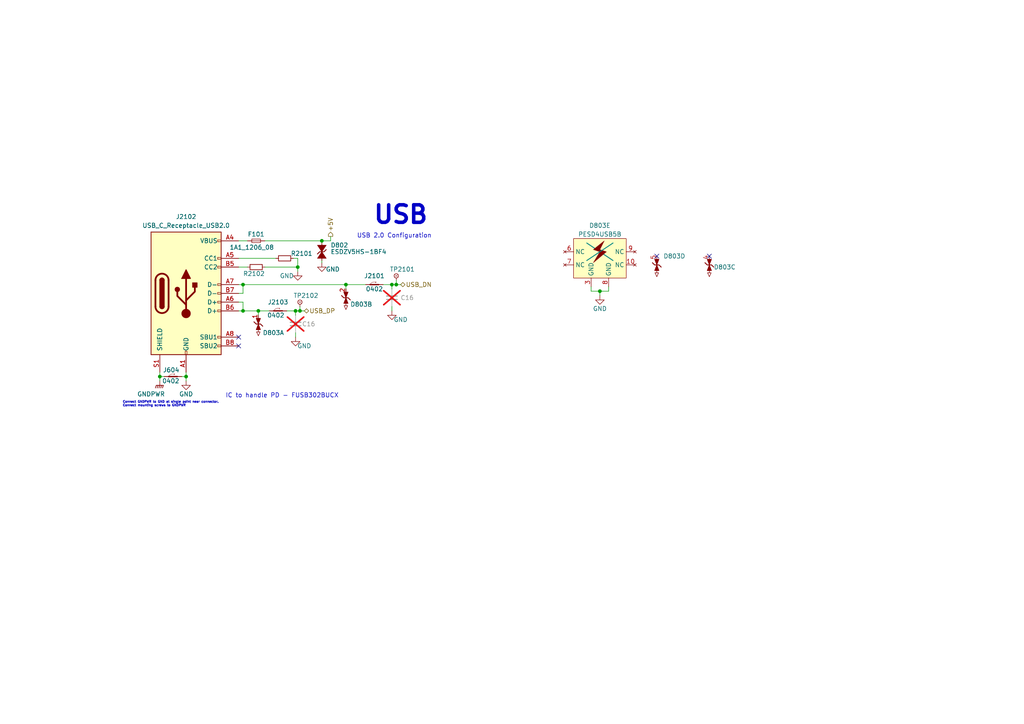
<source format=kicad_sch>
(kicad_sch (version 20230121) (generator eeschema)
  (paper "A4")
  (title_block (title "USB") (date "2023-08-07") (rev "1") (company "Beep Boop"))
  (lib_symbols
    (symbol "Beacon_Library:CUT_N_JUMP" (pin_numbers hide)
      (property "Reference" "J" (at 0 -0.254 0))
      (property "Value" "0402" (at 0 -3.81 0))
      (symbol "CUT_N_JUMP_1_1"
        (polyline (pts (xy -1.27 -2.54) (xy 1.27 -2.54)) (stroke (width 0.381)))
        (polyline (pts (xy 0.508 -1.905) (xy 0.381 -1.651) (xy 0.508 -1.905) (xy 0.254 -2.032)) (stroke (width 0.0762)))
        (arc (start 0.508 -1.905) (mid -0.5086 -1.8651) (end -1.27 -2.54) (stroke (width 0.0762)))
        (pin passive line (at -2.54 -2.54 0) (length 1.27) (name "~") (number "1"))
        (pin passive line (at 2.54 -2.54 180) (length 1.27) (name "~") (number "2"))
      )
    )
    (symbol "Beacon_Library:ESDZV5HS-1BF4" (pin_numbers hide)
      (property "Reference" "D" (at 0 0 0))
      (property "Value" "ESDZV5HS-1BF4" (at 12.7 0 0))
      (symbol "ESDZV5HS-1BF4_1_1"
        (polyline (pts (xy 2.54 -2.54) (xy 1.905 -2.54) (xy 1.27 -3.175)) (stroke (width 0.254)))
        (polyline (pts (xy 2.54 -2.54) (xy 3.175 -2.54) (xy 3.81 -1.905)) (stroke (width 0.254)))
        (polyline (pts (xy 2.54 -2.54) (xy 1.27 -4.445) (xy 3.81 -4.445) (xy 2.54 -2.54)) (fill (type outline)))
        (polyline (pts (xy 2.54 -0.635) (xy 3.81 -0.635) (xy 2.54 -2.54) (xy 1.27 -0.635) (xy 2.54 -0.635)) (fill (type outline)))
        (pin passive line (at 2.54 0 270) (length 0.635) (name "") (number "1"))
        (pin passive line (at 2.54 -5.08 90) (length 0.635) (name "") (number "2"))
      )
    )
    (symbol "Beacon_Library:PESD4USB5B-TBSX"
      (property "Reference" "D" (at -2.54 2.54 0))
      (property "Value" "PESD4USB5B" (at 11.43 2.54 0))
      (symbol "PESD4USB5B-TBSX_1_1"
        (polyline (pts (xy 0 -2.921) (xy 0 -3.556)))
        (polyline (pts (xy 0 0.635) (xy 0 0.381)))
        (polyline (pts (xy 0 -1.27) (xy -0.635 -1.27) (xy -1.27 -0.635)) (stroke (width 0.254)))
        (polyline (pts (xy 0 -1.27) (xy 0.635 -1.27) (xy 1.27 -1.905)) (stroke (width 0.254)))
        (polyline (pts (xy -0.508 -3.556) (xy 0.508 -3.556) (xy 0 -4.699) (xy -0.508 -3.556)))
        (polyline (pts (xy 0 -1.27) (xy -0.635 -2.921) (xy 0.635 -2.921) (xy 0 -1.27)) (fill (type outline)))
        (polyline (pts (xy 0 -1.27) (xy -0.635 0.381) (xy 0.635 0.381) (xy 0 -1.27)) (fill (type outline)))
        (pin passive line (at 0 1.27 270) (length 0.635) (name "") (number "1"))
      )
      (symbol "PESD4USB5B-TBSX_2_1"
        (polyline (pts (xy 0 -2.921) (xy 0 -3.556)))
        (polyline (pts (xy 0 0.635) (xy 0 0.381)))
        (polyline (pts (xy 0 -1.27) (xy -0.635 -1.27) (xy -1.27 -0.635)) (stroke (width 0.254)))
        (polyline (pts (xy 0 -1.27) (xy 0.635 -1.27) (xy 1.27 -1.905)) (stroke (width 0.254)))
        (polyline (pts (xy -0.508 -3.556) (xy 0.508 -3.556) (xy 0 -4.699) (xy -0.508 -3.556)))
        (polyline (pts (xy 0 -1.27) (xy -0.635 -2.921) (xy 0.635 -2.921) (xy 0 -1.27)) (fill (type outline)))
        (polyline (pts (xy 0 -1.27) (xy -0.635 0.381) (xy 0.635 0.381) (xy 0 -1.27)) (fill (type outline)))
        (pin passive line (at 0 1.27 270) (length 0.635) (name "") (number "2"))
      )
      (symbol "PESD4USB5B-TBSX_3_1"
        (polyline (pts (xy 0 -2.921) (xy 0 -3.556)))
        (polyline (pts (xy 0 0.635) (xy 0 0.381)))
        (polyline (pts (xy 0 -1.27) (xy -0.635 -1.27) (xy -1.27 -0.635)) (stroke (width 0.254)))
        (polyline (pts (xy 0 -1.27) (xy 0.635 -1.27) (xy 1.27 -1.905)) (stroke (width 0.254)))
        (polyline (pts (xy -0.508 -3.556) (xy 0.508 -3.556) (xy 0 -4.699) (xy -0.508 -3.556)))
        (polyline (pts (xy 0 -1.27) (xy -0.635 -2.921) (xy 0.635 -2.921) (xy 0 -1.27)) (fill (type outline)))
        (polyline (pts (xy 0 -1.27) (xy -0.635 0.381) (xy 0.635 0.381) (xy 0 -1.27)) (fill (type outline)))
        (pin passive line (at 0 1.27 270) (length 0.635) (name "") (number "4"))
      )
      (symbol "PESD4USB5B-TBSX_4_1"
        (polyline (pts (xy 0 -2.921) (xy 0 -3.556)))
        (polyline (pts (xy 0 0.635) (xy 0 0.381)))
        (polyline (pts (xy 0 -1.27) (xy -0.635 -1.27) (xy -1.27 -0.635)) (stroke (width 0.254)))
        (polyline (pts (xy 0 -1.27) (xy 0.635 -1.27) (xy 1.27 -1.905)) (stroke (width 0.254)))
        (polyline (pts (xy -0.508 -3.556) (xy 0.508 -3.556) (xy 0 -4.699) (xy -0.508 -3.556)))
        (polyline (pts (xy 0 -1.27) (xy -0.635 -2.921) (xy 0.635 -2.921) (xy 0 -1.27)) (fill (type outline)))
        (polyline (pts (xy 0 -1.27) (xy -0.635 0.381) (xy 0.635 0.381) (xy 0 -1.27)) (fill (type outline)))
        (pin passive line (at 0 1.27 270) (length 0.635) (name "") (number "5"))
      )
      (symbol "PESD4USB5B-TBSX_5_1"
        (polyline (pts (xy 3.81 0) (xy 11.43 -5.08)) (stroke (width 0.254) (color 0 132 132 1)))
        (polyline (pts (xy 11.43 0) (xy 3.81 -5.08)) (stroke (width 0.254) (color 0 132 132 1)))
        (polyline (pts (xy 8.89 0.635) (xy 5.715 -1.905) (xy 7.62 -2.54) (xy 5.715 -5.715) (xy 9.525 -2.54) (xy 7.62 -1.905) (xy 8.89 0.635)) (stroke (width 0.0254)) (fill (type outline)))
        (rectangle (start 0 1.27) (end 15.24 -10.16) (fill (type background)))
        (pin no_connect line (at 17.78 -6.35 180) (length 2.54) (name "NC") (number "10"))
        (pin passive line (at 5.08 -12.7 90) (length 2.54) (name "GND") (number "3"))
        (pin no_connect line (at -2.54 -2.54 0) (length 2.54) (name "NC") (number "6"))
        (pin no_connect line (at -2.54 -6.35 0) (length 2.54) (name "NC") (number "7"))
        (pin passive line (at 10.16 -12.7 90) (length 2.54) (name "GND") (number "8"))
        (pin no_connect line (at 17.78 -2.54 180) (length 2.54) (name "NC") (number "9"))
      )
    )
    (symbol "Beacon_Library:TESTPOINT" (pin_numbers hide)
      (property "Reference" "TP" (at 0 0 0))
      (symbol "TESTPOINT_1_1"
        (circle (center 0 -1.905) (radius 0.635))
        (polyline (pts (xy -0.508 -2.286) (xy 0.508 -1.524)) (stroke (width 0.0254)))
        (polyline (pts (xy -0.508 -1.524) (xy 0.508 -2.286)) (stroke (width 0.0254)))
        (pin passive line (at 0 -3.175 90) (length 0.635) (name "~") (number "1"))
      )
    )
    (symbol "Connector:USB_C_Receptacle_USB2.0" (pin_names (offset 1.016))
      (property "Reference" "J" (at -10.16 19.05 0))
      (property "Value" "USB_C_Receptacle_USB2.0" (at 19.05 19.05 0))
      (symbol "USB_C_Receptacle_USB2.0_0_0"
        (rectangle (start -0.254 -17.78) (end 0.254 -16.764))
        (rectangle (start 10.16 -14.986) (end 9.144 -15.494))
        (rectangle (start 10.16 -12.446) (end 9.144 -12.954))
        (rectangle (start 10.16 -4.826) (end 9.144 -5.334))
        (rectangle (start 10.16 -2.286) (end 9.144 -2.794))
        (rectangle (start 10.16 0.254) (end 9.144 -0.254))
        (rectangle (start 10.16 2.794) (end 9.144 2.286))
        (rectangle (start 10.16 7.874) (end 9.144 7.366))
        (rectangle (start 10.16 10.414) (end 9.144 9.906))
        (rectangle (start 10.16 15.494) (end 9.144 14.986))
      )
      (symbol "USB_C_Receptacle_USB2.0_0_1"
        (rectangle (start -10.16 17.78) (end 10.16 -17.78) (stroke (width 0.254)) (fill (type background)))
        (arc (start -8.89 -3.81) (mid -6.985 -5.7067) (end -5.08 -3.81) (stroke (width 0.508)))
        (arc (start -7.62 -3.81) (mid -6.985 -4.4423) (end -6.35 -3.81) (stroke (width 0.254)))
        (arc (start -7.62 -3.81) (mid -6.985 -4.4423) (end -6.35 -3.81) (stroke (width 0.254)) (fill (type outline)))
        (rectangle (start -7.62 -3.81) (end -6.35 3.81) (stroke (width 0.254)) (fill (type outline)))
        (arc (start -6.35 3.81) (mid -6.985 4.4423) (end -7.62 3.81) (stroke (width 0.254)))
        (arc (start -6.35 3.81) (mid -6.985 4.4423) (end -7.62 3.81) (stroke (width 0.254)) (fill (type outline)))
        (arc (start -5.08 3.81) (mid -6.985 5.7067) (end -8.89 3.81) (stroke (width 0.508)))
        (circle (center -2.54 1.143) (radius 0.635) (stroke (width 0.254)) (fill (type outline)))
        (circle (center 0 -5.842) (radius 1.27) (fill (type outline)))
        (polyline (pts (xy -8.89 -3.81) (xy -8.89 3.81)) (stroke (width 0.508)))
        (polyline (pts (xy -5.08 3.81) (xy -5.08 -3.81)) (stroke (width 0.508)))
        (polyline (pts (xy 0 -5.842) (xy 0 4.318)) (stroke (width 0.508)))
        (polyline (pts (xy 0 -3.302) (xy -2.54 -0.762) (xy -2.54 0.508)) (stroke (width 0.508)))
        (polyline (pts (xy 0 -2.032) (xy 2.54 0.508) (xy 2.54 1.778)) (stroke (width 0.508)))
        (polyline (pts (xy -1.27 4.318) (xy 0 6.858) (xy 1.27 4.318) (xy -1.27 4.318)) (stroke (width 0.254)) (fill (type outline)))
        (rectangle (start 1.905 1.778) (end 3.175 3.048) (stroke (width 0.254)) (fill (type outline)))
      )
      (symbol "USB_C_Receptacle_USB2.0_1_1"
        (pin passive line (at 0 -22.86 90) (length 5.08) (name "GND") (number "A1"))
        (pin passive line (at 0 -22.86 90) (length 5.08) hide (name "GND") (number "A12"))
        (pin passive line (at 15.24 15.24 180) (length 5.08) (name "VBUS") (number "A4"))
        (pin bidirectional line (at 15.24 10.16 180) (length 5.08) (name "CC1") (number "A5"))
        (pin bidirectional line (at 15.24 -2.54 180) (length 5.08) (name "D+") (number "A6"))
        (pin bidirectional line (at 15.24 2.54 180) (length 5.08) (name "D-") (number "A7"))
        (pin bidirectional line (at 15.24 -12.7 180) (length 5.08) (name "SBU1") (number "A8"))
        (pin passive line (at 15.24 15.24 180) (length 5.08) hide (name "VBUS") (number "A9"))
        (pin passive line (at 0 -22.86 90) (length 5.08) hide (name "GND") (number "B1"))
        (pin passive line (at 0 -22.86 90) (length 5.08) hide (name "GND") (number "B12"))
        (pin passive line (at 15.24 15.24 180) (length 5.08) hide (name "VBUS") (number "B4"))
        (pin bidirectional line (at 15.24 7.62 180) (length 5.08) (name "CC2") (number "B5"))
        (pin bidirectional line (at 15.24 -5.08 180) (length 5.08) (name "D+") (number "B6"))
        (pin bidirectional line (at 15.24 0 180) (length 5.08) (name "D-") (number "B7"))
        (pin bidirectional line (at 15.24 -15.24 180) (length 5.08) (name "SBU2") (number "B8"))
        (pin passive line (at 15.24 15.24 180) (length 5.08) hide (name "VBUS") (number "B9"))
        (pin passive line (at -7.62 -22.86 90) (length 5.08) (name "SHIELD") (number "S1"))
      )
    )
    (symbol "Device:C_Small" (pin_numbers hide) (pin_names (offset 0.254) hide)
      (property "Reference" "C" (at 0.254 1.778 0))
      (property "Value" "C_Small" (at 0.254 -2.032 0))
      (symbol "C_Small_0_1"
        (polyline (pts (xy -1.524 -0.508) (xy 1.524 -0.508)) (stroke (width 0.3302)))
        (polyline (pts (xy -1.524 0.508) (xy 1.524 0.508)) (stroke (width 0.3048)))
      )
      (symbol "C_Small_1_1"
        (pin passive line (at 0 2.54 270) (length 2.032) (name "~") (number "1"))
        (pin passive line (at 0 -2.54 90) (length 2.032) (name "~") (number "2"))
      )
    )
    (symbol "Device:Fuse_Small" (pin_numbers hide) (pin_names (offset 0.254) hide)
      (property "Reference" "F" (at 0 -1.524 0))
      (property "Value" "Fuse_Small" (at 0 1.524 0))
      (symbol "Fuse_Small_0_1"
        (rectangle (start -1.27 0.508) (end 1.27 -0.508))
        (polyline (pts (xy -1.27 0) (xy 1.27 0)))
      )
      (symbol "Fuse_Small_1_1"
        (pin passive line (at -2.54 0 0) (length 1.27) (name "~") (number "1"))
        (pin passive line (at 2.54 0 180) (length 1.27) (name "~") (number "2"))
      )
    )
    (symbol "Device:R_Small" (pin_numbers hide) (pin_names (offset 0.254) hide)
      (property "Reference" "R" (at 0.762 0.508 0))
      (property "Value" "R_Small" (at 0.762 -1.016 0))
      (symbol "R_Small_0_1"
        (rectangle (start -0.762 1.778) (end 0.762 -1.778) (stroke (width 0.2032)))
      )
      (symbol "R_Small_1_1"
        (pin passive line (at 0 2.54 270) (length 0.762) (name "~") (number "1"))
        (pin passive line (at 0 -2.54 90) (length 0.762) (name "~") (number "2"))
      )
    )
    (symbol "power:GND" (power) (pin_names (offset 0))
      (property "Value" "GND" (at 0 -3.81 0))
      (symbol "GND_0_1"
        (polyline (pts (xy 0 0) (xy 0 -1.27) (xy 1.27 -1.27) (xy 0 -2.54) (xy -1.27 -1.27) (xy 0 -1.27)))
      )
      (symbol "GND_1_1"
        (pin power_in line (at 0 0 270) (length 0) hide (name "GND") (number "1"))
      )
    )
    (symbol "power:GNDPWR" (power) (pin_names (offset 0))
      (property "Value" "GNDPWR" (at 0 -3.302 0))
      (symbol "GNDPWR_0_1"
        (polyline (pts (xy 0 -1.27) (xy 0 0)))
        (polyline (pts (xy -1.016 -1.27) (xy -1.27 -2.032) (xy -1.27 -2.032)) (stroke (width 0.2032)))
        (polyline (pts (xy -0.508 -1.27) (xy -0.762 -2.032) (xy -0.762 -2.032)) (stroke (width 0.2032)))
        (polyline (pts (xy 0 -1.27) (xy -0.254 -2.032) (xy -0.254 -2.032)) (stroke (width 0.2032)))
        (polyline (pts (xy 0.508 -1.27) (xy 0.254 -2.032) (xy 0.254 -2.032)) (stroke (width 0.2032)))
        (polyline (pts (xy 1.016 -1.27) (xy -1.016 -1.27) (xy -1.016 -1.27)) (stroke (width 0.2032)))
        (polyline (pts (xy 1.016 -1.27) (xy 0.762 -2.032) (xy 0.762 -2.032) (xy 0.762 -2.032)) (stroke (width 0.2032)))
      )
      (symbol "GNDPWR_1_1"
        (pin power_in line (at 0 0 270) (length 0) hide (name "GNDPWR") (number "1"))
      )
    )
  )
  (junction (at 93.345 69.85))
  (junction (at 70.485 90.17))
  (junction (at 85.725 90.17))
  (junction (at 46.355 109.22))
  (junction (at 173.99 84.455))
  (junction (at 113.665 82.55))
  (junction (at 70.485 82.55))
  (junction (at 114.935 82.55))
  (junction (at 86.995 90.17))
  (junction (at 74.93 90.17))
  (junction (at 86.36 77.47))
  (junction (at 53.975 109.22))
  (junction (at 100.33 82.55))
  (no_connect (at 205.74 74.295))
  (no_connect (at 69.215 100.33))
  (no_connect (at 190.5 74.295))
  (no_connect (at 69.215 97.79))
  (wire (pts (xy 74.93 90.17) (xy 78.105 90.17)))
  (wire (pts (xy 74.93 90.17) (xy 74.93 91.44)))
  (wire (pts (xy 69.215 87.63) (xy 70.485 87.63)))
  (wire (pts (xy 114.935 82.55) (xy 116.205 82.55)))
  (wire (pts (xy 69.215 74.93) (xy 80.01 74.93)))
  (wire (pts (xy 113.665 88.9) (xy 113.665 90.17)))
  (wire (pts (xy 70.485 90.17) (xy 74.93 90.17)))
  (wire (pts (xy 69.215 82.55) (xy 70.485 82.55)))
  (wire (pts (xy 85.725 91.44) (xy 85.725 90.17)))
  (wire (pts (xy 173.99 84.455) (xy 176.53 84.455)))
  (wire (pts (xy 114.935 81.28) (xy 114.935 82.55)))
  (wire (pts (xy 86.995 88.9) (xy 86.995 90.17)))
  (wire (pts (xy 46.355 109.22) (xy 46.355 110.49)))
  (wire (pts (xy 86.36 74.93) (xy 85.09 74.93)))
  (wire (pts (xy 86.36 78.74) (xy 86.36 77.47)))
  (wire (pts (xy 71.755 77.47) (xy 69.215 77.47)))
  (wire (pts (xy 113.665 83.82) (xy 113.665 82.55)))
  (wire (pts (xy 171.45 84.455) (xy 171.45 83.185)))
  (wire (pts (xy 95.885 68.58) (xy 95.885 69.85)))
  (wire (pts (xy 76.835 77.47) (xy 86.36 77.47)))
  (wire (pts (xy 85.725 96.52) (xy 85.725 97.79)))
  (wire (pts (xy 69.215 85.09) (xy 70.485 85.09)))
  (wire (pts (xy 100.33 82.55) (xy 100.33 83.82)))
  (wire (pts (xy 100.33 82.55) (xy 106.045 82.55)))
  (wire (pts (xy 86.995 90.17) (xy 88.265 90.17)))
  (wire (pts (xy 176.53 83.185) (xy 176.53 84.455)))
  (wire (pts (xy 76.835 69.85) (xy 93.345 69.85)))
  (wire (pts (xy 70.485 82.55) (xy 100.33 82.55)))
  (wire (pts (xy 53.975 107.95) (xy 53.975 109.22)))
  (wire (pts (xy 53.975 110.49) (xy 53.975 109.22)))
  (wire (pts (xy 70.485 82.55) (xy 70.485 85.09)))
  (wire (pts (xy 173.99 84.455) (xy 171.45 84.455)))
  (wire (pts (xy 113.665 82.55) (xy 114.935 82.55)))
  (wire (pts (xy 85.725 90.17) (xy 86.995 90.17)))
  (wire (pts (xy 93.345 69.85) (xy 93.345 70.485)))
  (wire (pts (xy 86.36 77.47) (xy 86.36 74.93)))
  (wire (pts (xy 83.185 90.17) (xy 85.725 90.17)))
  (wire (pts (xy 93.345 69.85) (xy 95.885 69.85)))
  (wire (pts (xy 52.705 109.22) (xy 53.975 109.22)))
  (wire (pts (xy 93.345 75.565) (xy 93.345 76.2)))
  (wire (pts (xy 70.485 87.63) (xy 70.485 90.17)))
  (wire (pts (xy 111.125 82.55) (xy 113.665 82.55)))
  (wire (pts (xy 46.355 109.22) (xy 47.625 109.22)))
  (wire (pts (xy 69.215 69.85) (xy 71.755 69.85)))
  (wire (pts (xy 173.99 85.725) (xy 173.99 84.455)))
  (wire (pts (xy 46.355 107.95) (xy 46.355 109.22)))
  (wire (pts (xy 69.215 90.17) (xy 70.485 90.17)))
  (text "IC to handle PD - FUSB302BUCX" (at 65.405 115.57 0) (effects (font (size 1.27 1.27)) (justify left bottom)))
  (text "USB" (at 107.95 65.405 0) (effects (font (size 5.08 5.08) (thickness 1.016) bold) (justify left bottom)))
  (text "USB 2.0 Configuration" (at 103.505 69.215 0) (effects (font (size 1.27 1.27)) (justify left bottom)))
  (text "Connect GNDPWR to GND at single point near connector.\nConnect mounting screws to GNDPWR" (at 35.56 118.11 0) (effects (font (size 0.635 0.635)) (justify left bottom)))
  (hierarchical_label "USB_DP" (shape bidirectional) (at 88.265 90.17 0))
  (hierarchical_label "USB_DN" (shape bidirectional) (at 116.205 82.55 0))
  (hierarchical_label "+5V" (shape output) (at 95.885 68.58 90))
  (symbol (lib_id "Device:C_Small") (at 85.725 93.98 180) (unit 1) (dnp yes)
    (property "Reference" "C16" (at 89.535 93.98 0))
    (property "Value" "????_0402_25" (effects hide))
    (property "Footprint" "Footprint_Library:0402_1005Metric_Handsolder" (effects hide))
    (instances (project "Beacon" (path "" (reference "C16") (unit 1)) (path "" (reference "C49") (unit 1)) (path "" (reference "C2102") (unit 1))) (project "Beacon_Multiboard" (path "" (reference "C602") (unit 1))))
  )
  (symbol (lib_id "Beacon_Library:PESD4USB5B-TBSX") (at 100.33 85.09 0) (unit 2)
    (property "Reference" "D803" (at 101.6 88.265 0) (effects (justify left)))
    (property "Value" "PESD4USB5B" (effects hide))
    (property "Footprint" "Footprint_Library:PESD4USB5BTBSX" (effects hide))
    (property "Datasheet" "https://www.mouser.com/ProductDetail/Nexperia/PESD4USB5B-TBSX?qs=sGAEpiMZZMsItbzKdwyIe0v7IbkW2Xxce7GX43waDW57mBNLazKp2g%3D%3D" (effects hide))
  )
  (symbol (lib_id "Device:R_Small") (at 74.295 77.47 270) (unit 1)
    (property "Reference" "R2102" (at 73.66 79.375 90))
    (property "Value" "5k10_0402_010" (effects hide))
    (property "Footprint" "Footprint_Library:0402_1005Metric_Handsolder" (effects hide))
    (instances (project "Beacon" (path "" (reference "R2102") (unit 1))) (project "Beacon_Multiboard" (path "" (reference "R602") (unit 1))))
  )
  (symbol (lib_id "power:GND") (at 86.36 78.74 0) (unit 1)
    (property "Reference" "#PWR02102" (effects hide))
    (property "Value" "GND" (at 83.185 80.01 0))
    (instances (project "Beacon" (path "" (reference "#PWR02102") (unit 1))) (project "Beacon_Multiboard" (path "" (reference "#PWR0601") (unit 1))))
  )
  (symbol (lib_id "Connector:USB_C_Receptacle_USB2.0") (at 53.975 85.09 0) (unit 1)
    (property "Reference" "J2102" (at 53.975 62.865 0))
    (property "Value" "USB_C_Receptacle_USB2.0" (at 53.975 65.405 0))
    (property "Footprint" "Footprint_Library:USB4105-GF-A" (effects hide))
    (property "Datasheet" "https://www.mouser.com/ProductDetail/GCT/USB4105-GF-A?qs=KUoIvG%2F9IlY%2FMLlBMpStpA%3D%3D" (effects hide))
    (instances (project "Beacon" (path "" (reference "J2102") (unit 1))) (project "Beacon_Multiboard" (path "" (reference "J602") (unit 1))))
  )
  (symbol (lib_id "Beacon_Library:PESD4USB5B-TBSX") (at 74.93 92.71 0) (unit 1)
    (property "Reference" "D803" (at 76.2 96.52 0) (effects (justify left)))
    (property "Value" "PESD4USB5B" (effects hide))
    (property "Footprint" "Footprint_Library:PESD4USB5BTBSX" (effects hide))
    (property "Datasheet" "https://www.mouser.com/ProductDetail/Nexperia/PESD4USB5B-TBSX?qs=sGAEpiMZZMsItbzKdwyIe0v7IbkW2Xxce7GX43waDW57mBNLazKp2g%3D%3D" (effects hide))
  )
  (symbol (lib_id "Beacon_Library:CUT_N_JUMP") (at 80.645 87.63 0) (unit 1)
    (property "Reference" "J2103" (at 80.645 87.63 0))
    (property "Value" "0402" (at 80.01 91.44 0))
    (property "Footprint" "Footprint_Library:0402_CUT-N-JUMP" (effects hide))
    (instances (project "Beacon" (path "" (reference "J2103") (unit 1))) (project "Beacon_Multiboard" (path "" (reference "J603") (unit 1))))
  )
  (symbol (lib_id "Beacon_Library:CUT_N_JUMP") (at 108.585 80.01 0) (unit 1)
    (property "Reference" "J2101" (at 108.585 80.01 0))
    (property "Value" "0402" (at 108.585 83.82 0))
    (property "Footprint" "Footprint_Library:0402_CUT-N-JUMP" (effects hide))
    (instances (project "Beacon" (path "" (reference "J2101") (unit 1))) (project "Beacon_Multiboard" (path "" (reference "J601") (unit 1))))
  )
  (symbol (lib_id "power:GND") (at 93.345 76.2 0) (unit 1)
    (property "Reference" "#PWR02102" (effects hide))
    (property "Value" "GND" (at 96.52 78.105 0))
    (instances (project "Beacon" (path "" (reference "#PWR02102") (unit 1))) (project "Beacon_Multiboard" (path "" (reference "#PWR0808") (unit 1))))
  )
  (symbol (lib_id "power:GND") (at 85.725 97.79 0) (unit 1)
    (property "Reference" "#PWR02105" (effects hide))
    (property "Value" "GND" (at 88.265 100.33 0))
    (instances (project "Beacon" (path "" (reference "#PWR02105") (unit 1))) (project "Beacon_Multiboard" (path "" (reference "#PWR0603") (unit 1))))
  )
  (symbol (lib_id "Device:R_Small") (at 82.55 74.93 270) (unit 1)
    (property "Reference" "R2101" (at 87.503 73.533 90))
    (property "Value" "5k10_0402_010" (effects hide))
    (property "Footprint" "Footprint_Library:0402_1005Metric_Handsolder" (effects hide))
    (instances (project "Beacon" (path "" (reference "R2101") (unit 1))) (project "Beacon_Multiboard" (path "" (reference "R601") (unit 1))))
  )
  (symbol (lib_id "Beacon_Library:PESD4USB5B-TBSX") (at 166.37 70.485 0) (unit 5)
    (property "Reference" "D803" (at 173.99 65.405 0))
    (property "Value" "PESD4USB5B" (at 173.99 67.945 0))
    (property "Footprint" "Footprint_Library:PESD4USB5BTBSX" (effects hide))
    (property "Datasheet" "https://www.mouser.com/ProductDetail/Nexperia/PESD4USB5B-TBSX?qs=sGAEpiMZZMsItbzKdwyIe0v7IbkW2Xxce7GX43waDW57mBNLazKp2g%3D%3D" (effects hide))
  )
  (symbol (lib_id "Beacon_Library:CUT_N_JUMP") (at 50.165 106.68 0) (unit 1)
    (property "Reference" "J604" (at 52.07 107.315 0) (effects (justify right)))
    (property "Value" "0402" (at 52.07 110.49 0) (effects (justify right)))
    (property "Footprint" "Footprint_Library:0402_CUT-N-JUMP" (effects hide))
  )
  (symbol (lib_id "power:GND") (at 173.99 85.725 0) (unit 1)
    (property "Reference" "#PWR02103" (effects hide))
    (property "Value" "GND" (at 173.99 89.535 0))
    (instances (project "Beacon" (path "" (reference "#PWR02103") (unit 1))) (project "Beacon_Multiboard" (path "" (reference "#PWR0809") (unit 1))))
  )
  (symbol (lib_id "Beacon_Library:TESTPOINT") (at 114.935 78.105 0) (unit 1)
    (property "Reference" "TP2101" (at 113.03 78.105 0) (effects (justify left)))
    (property "Value" "USB_DN" (effects hide))
    (property "Footprint" "TestPoint:TestPoint_Pad_D1.5mm" (effects hide))
    (instances (project "Beacon" (path "" (reference "TP2101") (unit 1))) (project "Beacon_Multiboard" (path "" (reference "TP601") (unit 1))))
  )
  (symbol (lib_id "Device:C_Small") (at 113.665 86.36 180) (unit 1) (dnp yes)
    (property "Reference" "C16" (at 118.11 86.36 0))
    (property "Value" "????_0402_25" (effects hide))
    (property "Footprint" "Footprint_Library:0402_1005Metric_Handsolder" (effects hide))
    (instances (project "Beacon" (path "" (reference "C16") (unit 1)) (path "" (reference "C49") (unit 1)) (path "" (reference "C2101") (unit 1))) (project "Beacon_Multiboard" (path "" (reference "C601") (unit 1))))
  )
  (symbol (lib_id "Beacon_Library:TESTPOINT") (at 86.995 85.725 0) (unit 1)
    (property "Reference" "TP2102" (at 85.09 85.725 0) (effects (justify left)))
    (property "Value" "USB_DP" (effects hide))
    (property "Footprint" "TestPoint:TestPoint_Pad_D1.5mm" (effects hide))
    (instances (project "Beacon" (path "" (reference "TP2102") (unit 1))) (project "Beacon_Multiboard" (path "" (reference "TP602") (unit 1))))
  )
  (symbol (lib_id "Beacon_Library:ESDZV5HS-1BF4") (at 90.805 70.485 0) (unit 1)
    (property "Reference" "D802" (at 95.885 71.12 0) (effects (justify left)))
    (property "Value" "ESDZV5HS-1BF4" (at 95.885 73.025 0) (effects (justify left)))
    (property "Footprint" "Footprint_Library:01005_0402Metric_Handsolder_Polarity" (effects hide))
    (property "Datasheet" "https://www.mouser.com/ProductDetail/STMicroelectronics/ESDZV5HS-1BF4?qs=sGAEpiMZZMsItbzKdwyIe%252Bgj7Z%252BBsubrQ0zZprgCTxxqVcRZ201LfA%3D%3D" (effects hide))
  )
  (symbol (lib_id "Device:Fuse_Small") (at 74.295 69.85 0) (unit 1)
    (property "Reference" "F101" (at 74.295 67.945 0))
    (property "Value" "1A1_1206_08" (at 73.025 71.755 0))
    (property "Footprint" "Footprint_Library:1206_3216Metric_Handsolder" (effects hide))
    (property "Datasheet" "https://www.mouser.com/ProductDetail/YAGEO/SMD1206B110TFT?qs=PzGy0jfpSMt57N16Hl8Plw%3D%3D" (effects hide))
    (instances (project "Tactile_Board" (path "" (reference "F101") (unit 1))) (project "Beacon" (path "" (reference "F2101") (unit 1))) (project "Beacon_Multiboard" (path "" (reference "F601") (unit 1))))
  )
  (symbol (lib_id "Beacon_Library:PESD4USB5B-TBSX") (at 205.74 75.565 0) (unit 3)
    (property "Reference" "D803" (at 207.01 77.47 0) (effects (justify left)))
    (property "Value" "PESD4USB5B" (effects hide))
    (property "Footprint" "Footprint_Library:PESD4USB5BTBSX" (effects hide))
    (property "Datasheet" "https://www.mouser.com/ProductDetail/Nexperia/PESD4USB5B-TBSX?qs=sGAEpiMZZMsItbzKdwyIe0v7IbkW2Xxce7GX43waDW57mBNLazKp2g%3D%3D" (effects hide))
    (instances (project "Beacon_Multiboard" (path "" (reference "D803") (unit 3)) (path "" (reference "D701") (unit 3))))
  )
  (symbol (lib_id "Beacon_Library:PESD4USB5B-TBSX") (at 190.5 75.565 0) (unit 4)
    (property "Reference" "D803" (at 192.405 74.295 0) (effects (justify left)))
    (property "Value" "PESD4USB5B" (effects hide))
    (property "Footprint" "Footprint_Library:PESD4USB5BTBSX" (effects hide))
    (property "Datasheet" "https://www.mouser.com/ProductDetail/Nexperia/PESD4USB5B-TBSX?qs=sGAEpiMZZMsItbzKdwyIe0v7IbkW2Xxce7GX43waDW57mBNLazKp2g%3D%3D" (effects hide))
    (instances (project "Beacon_Multiboard" (path "" (reference "D803") (unit 4)) (path "" (reference "D701") (unit 4))))
  )
  (symbol (lib_id "power:GND") (at 53.975 110.49 0) (unit 1)
    (property "Reference" "#PWR02106" (effects hide))
    (property "Value" "GND" (at 53.975 114.3 0))
    (instances (project "Beacon" (path "" (reference "#PWR02106") (unit 1))) (project "Beacon_Multiboard" (path "" (reference "#PWR0604") (unit 1))))
  )
  (symbol (lib_id "power:GNDPWR") (at 46.355 110.49 0) (unit 1)
    (property "Reference" "#PWR0605" (effects hide))
    (property "Value" "GNDPWR" (at 43.815 114.3 0))
  )
  (symbol (lib_id "power:GND") (at 113.665 90.17 0) (unit 1)
    (property "Reference" "#PWR02103" (effects hide))
    (property "Value" "GND" (at 116.205 92.71 0))
    (instances (project "Beacon" (path "" (reference "#PWR02103") (unit 1))) (project "Beacon_Multiboard" (path "" (reference "#PWR0602") (unit 1))))
  )
)
</source>
